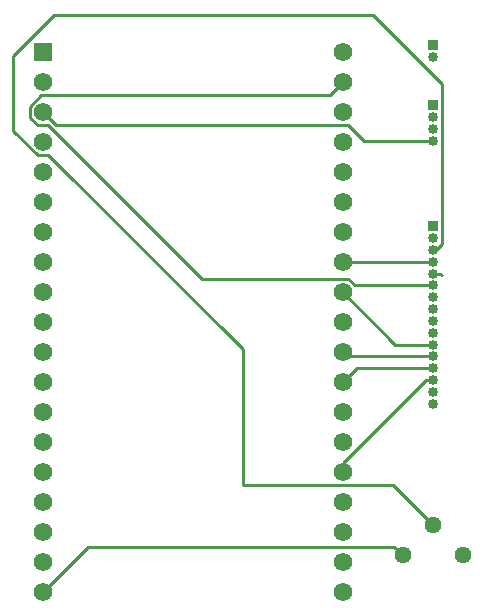
<source format=gbr>
%TF.GenerationSoftware,KiCad,Pcbnew,(6.0.4)*%
%TF.CreationDate,2023-04-09T21:12:40+08:00*%
%TF.ProjectId,KiCad,4b694361-642e-46b6-9963-61645f706362,rev?*%
%TF.SameCoordinates,Original*%
%TF.FileFunction,Copper,L2,Bot*%
%TF.FilePolarity,Positive*%
%FSLAX46Y46*%
G04 Gerber Fmt 4.6, Leading zero omitted, Abs format (unit mm)*
G04 Created by KiCad (PCBNEW (6.0.4)) date 2023-04-09 21:12:40*
%MOMM*%
%LPD*%
G01*
G04 APERTURE LIST*
%TA.AperFunction,ComponentPad*%
%ADD10R,0.850000X0.850000*%
%TD*%
%TA.AperFunction,ComponentPad*%
%ADD11O,0.850000X0.850000*%
%TD*%
%TA.AperFunction,ComponentPad*%
%ADD12C,1.440000*%
%TD*%
%TA.AperFunction,ComponentPad*%
%ADD13R,1.560000X1.560000*%
%TD*%
%TA.AperFunction,ComponentPad*%
%ADD14C,1.560000*%
%TD*%
%TA.AperFunction,Conductor*%
%ADD15C,0.250000*%
%TD*%
G04 APERTURE END LIST*
D10*
%TO.P,J3,1,Pin_1*%
%TO.N,GND*%
X165100000Y-78820000D03*
D11*
%TO.P,J3,2,Pin_2*%
%TO.N,+5V*%
X165100000Y-79820000D03*
%TO.P,J3,3,Pin_3*%
%TO.N,Net-(J3-Pad3)*%
X165100000Y-80820000D03*
%TO.P,J3,4,Pin_4*%
%TO.N,Net-(J3-Pad4)*%
X165100000Y-81820000D03*
%TO.P,J3,5,Pin_5*%
%TO.N,GND*%
X165100000Y-82820000D03*
%TO.P,J3,6,Pin_6*%
%TO.N,Net-(J3-Pad6)*%
X165100000Y-83820000D03*
%TO.P,J3,7,Pin_7*%
%TO.N,unconnected-(J3-Pad7)*%
X165100000Y-84820000D03*
%TO.P,J3,8,Pin_8*%
%TO.N,unconnected-(J3-Pad8)*%
X165100000Y-85820000D03*
%TO.P,J3,9,Pin_9*%
%TO.N,unconnected-(J3-Pad9)*%
X165100000Y-86820000D03*
%TO.P,J3,10,Pin_10*%
%TO.N,unconnected-(J3-Pad10)*%
X165100000Y-87820000D03*
%TO.P,J3,11,Pin_11*%
%TO.N,Net-(J3-Pad11)*%
X165100000Y-88820000D03*
%TO.P,J3,12,Pin_12*%
%TO.N,Net-(J3-Pad12)*%
X165100000Y-89820000D03*
%TO.P,J3,13,Pin_13*%
%TO.N,Net-(J3-Pad13)*%
X165100000Y-90820000D03*
%TO.P,J3,14,Pin_14*%
%TO.N,Net-(J3-Pad14)*%
X165100000Y-91820000D03*
%TO.P,J3,15,Pin_15*%
%TO.N,+5V*%
X165100000Y-92820000D03*
%TO.P,J3,16,Pin_16*%
%TO.N,GND*%
X165100000Y-93820000D03*
%TD*%
D12*
%TO.P,RV1,1,1*%
%TO.N,GND*%
X167640000Y-106680000D03*
%TO.P,RV1,2,2*%
%TO.N,Net-(J3-Pad3)*%
X165100000Y-104140000D03*
%TO.P,RV1,3,3*%
%TO.N,+5V*%
X162560000Y-106680000D03*
%TD*%
D10*
%TO.P,J1,1,Pin_1*%
%TO.N,GND*%
X165100000Y-68580000D03*
D11*
%TO.P,J1,2,Pin_2*%
%TO.N,+5V*%
X165100000Y-69580000D03*
%TO.P,J1,3,Pin_3*%
%TO.N,GND*%
X165100000Y-70580000D03*
%TO.P,J1,4,Pin_4*%
%TO.N,Net-(U1-PadJ2-3)*%
X165100000Y-71580000D03*
%TD*%
D13*
%TO.P,U1,J2-1,3V3*%
%TO.N,unconnected-(U1-PadJ2-1)*%
X132080000Y-64060000D03*
D14*
%TO.P,U1,J2-2,EN*%
%TO.N,unconnected-(U1-PadJ2-2)*%
X132080000Y-66600000D03*
%TO.P,U1,J2-3,SENSOR_VP*%
%TO.N,Net-(U1-PadJ2-3)*%
X132080000Y-69140000D03*
%TO.P,U1,J2-4,SENSOR_VN*%
%TO.N,unconnected-(U1-PadJ2-4)*%
X132080000Y-71680000D03*
%TO.P,U1,J2-5,IO34*%
%TO.N,unconnected-(U1-PadJ2-5)*%
X132080000Y-74220000D03*
%TO.P,U1,J2-6,IO35*%
%TO.N,unconnected-(U1-PadJ2-6)*%
X132080000Y-76760000D03*
%TO.P,U1,J2-7,IO32*%
%TO.N,unconnected-(U1-PadJ2-7)*%
X132080000Y-79300000D03*
%TO.P,U1,J2-8,IO33*%
%TO.N,unconnected-(U1-PadJ2-8)*%
X132080000Y-81840000D03*
%TO.P,U1,J2-9,IO25*%
%TO.N,unconnected-(U1-PadJ2-9)*%
X132080000Y-84380000D03*
%TO.P,U1,J2-10,IO26*%
%TO.N,unconnected-(U1-PadJ2-10)*%
X132080000Y-86920000D03*
%TO.P,U1,J2-11,IO27*%
%TO.N,unconnected-(U1-PadJ2-11)*%
X132080000Y-89460000D03*
%TO.P,U1,J2-12,IO14*%
%TO.N,unconnected-(U1-PadJ2-12)*%
X132080000Y-92000000D03*
%TO.P,U1,J2-13,IO12*%
%TO.N,unconnected-(U1-PadJ2-13)*%
X132080000Y-94540000D03*
%TO.P,U1,J2-14,GND1*%
%TO.N,unconnected-(U1-PadJ2-14)*%
X132080000Y-97080000D03*
%TO.P,U1,J2-15,IO13*%
%TO.N,unconnected-(U1-PadJ2-15)*%
X132080000Y-99620000D03*
%TO.P,U1,J2-16,SD2*%
%TO.N,unconnected-(U1-PadJ2-16)*%
X132080000Y-102160000D03*
%TO.P,U1,J2-17,SD3*%
%TO.N,unconnected-(U1-PadJ2-17)*%
X132080000Y-104700000D03*
%TO.P,U1,J2-18,CMD*%
%TO.N,unconnected-(U1-PadJ2-18)*%
X132080000Y-107240000D03*
%TO.P,U1,J2-19,EXT_5V*%
%TO.N,+5V*%
X132080000Y-109780000D03*
%TO.P,U1,J3-1,GND3*%
%TO.N,GND*%
X157480000Y-64060000D03*
%TO.P,U1,J3-2,IO23*%
%TO.N,Net-(J3-Pad6)*%
X157480000Y-66600000D03*
%TO.P,U1,J3-3,IO22*%
%TO.N,unconnected-(U1-PadJ3-3)*%
X157480000Y-69140000D03*
%TO.P,U1,J3-4,TXD0*%
%TO.N,unconnected-(U1-PadJ3-4)*%
X157480000Y-71680000D03*
%TO.P,U1,J3-5,RXD0*%
%TO.N,unconnected-(U1-PadJ3-5)*%
X157480000Y-74220000D03*
%TO.P,U1,J3-6,IO21*%
%TO.N,unconnected-(U1-PadJ3-6)*%
X157480000Y-76760000D03*
%TO.P,U1,J3-7,GND2*%
%TO.N,unconnected-(U1-PadJ3-7)*%
X157480000Y-79300000D03*
%TO.P,U1,J3-8,IO19*%
%TO.N,Net-(J3-Pad4)*%
X157480000Y-81840000D03*
%TO.P,U1,J3-9,IO18*%
%TO.N,Net-(J3-Pad11)*%
X157480000Y-84380000D03*
%TO.P,U1,J3-10,IO5*%
%TO.N,unconnected-(U1-PadJ3-10)*%
X157480000Y-86920000D03*
%TO.P,U1,J3-11,IO17*%
%TO.N,Net-(J3-Pad12)*%
X157480000Y-89460000D03*
%TO.P,U1,J3-12,IO16*%
%TO.N,Net-(J3-Pad13)*%
X157480000Y-92000000D03*
%TO.P,U1,J3-13,IO4*%
%TO.N,unconnected-(U1-PadJ3-13)*%
X157480000Y-94540000D03*
%TO.P,U1,J3-14,IO0*%
%TO.N,unconnected-(U1-PadJ3-14)*%
X157480000Y-97080000D03*
%TO.P,U1,J3-15,IO2*%
%TO.N,Net-(J3-Pad14)*%
X157480000Y-99620000D03*
%TO.P,U1,J3-16,IO15*%
%TO.N,unconnected-(U1-PadJ3-16)*%
X157480000Y-102160000D03*
%TO.P,U1,J3-17,SD1*%
%TO.N,unconnected-(U1-PadJ3-17)*%
X157480000Y-104700000D03*
%TO.P,U1,J3-18,SD0*%
%TO.N,unconnected-(U1-PadJ3-18)*%
X157480000Y-107240000D03*
%TO.P,U1,J3-19,CLK*%
%TO.N,unconnected-(U1-PadJ3-19)*%
X157480000Y-109780000D03*
%TD*%
D10*
%TO.P,J2,1,Pin_1*%
%TO.N,+5V*%
X165100000Y-63500000D03*
D11*
%TO.P,J2,2,Pin_2*%
%TO.N,GND*%
X165100000Y-64500000D03*
%TD*%
D15*
%TO.N,+5V*%
X135899999Y-105960001D02*
X132080000Y-109780000D01*
X162560000Y-106680000D02*
X161840001Y-105960001D01*
X161840001Y-105960001D02*
X135899999Y-105960001D01*
%TO.N,GND*%
X165849511Y-82968471D02*
X165701040Y-82820000D01*
X165701040Y-82820000D02*
X165100000Y-82820000D01*
%TO.N,Net-(J3-Pad6)*%
X165100000Y-83820000D02*
X158482016Y-83820000D01*
X158482016Y-83820000D02*
X157937505Y-83275489D01*
X156375489Y-67704511D02*
X157480000Y-66600000D01*
X131953473Y-67704511D02*
X156375489Y-67704511D01*
X130975489Y-69597505D02*
X130975489Y-68682495D01*
X132537505Y-70244511D02*
X131622495Y-70244511D01*
X157937505Y-83275489D02*
X145568483Y-83275489D01*
X131622495Y-70244511D02*
X130975489Y-69597505D01*
X145568483Y-83275489D02*
X132537505Y-70244511D01*
X130975489Y-68682495D02*
X131953473Y-67704511D01*
%TO.N,Net-(J3-Pad4)*%
X165100000Y-81820000D02*
X157500000Y-81820000D01*
X157500000Y-81820000D02*
X157480000Y-81840000D01*
%TO.N,Net-(J3-Pad11)*%
X165100000Y-88820000D02*
X161920000Y-88820000D01*
X161920000Y-88820000D02*
X157480000Y-84380000D01*
%TO.N,Net-(J3-Pad12)*%
X165100000Y-89820000D02*
X157840000Y-89820000D01*
X157840000Y-89820000D02*
X157480000Y-89460000D01*
%TO.N,Net-(J3-Pad13)*%
X165100000Y-90820000D02*
X158660000Y-90820000D01*
X158660000Y-90820000D02*
X157480000Y-92000000D01*
%TO.N,Net-(J3-Pad14)*%
X157480000Y-98838960D02*
X157480000Y-99620000D01*
X165100000Y-91820000D02*
X164498960Y-91820000D01*
X164498960Y-91820000D02*
X157480000Y-98838960D01*
%TO.N,Net-(J3-Pad3)*%
X129540000Y-64390978D02*
X132970978Y-60960000D01*
X148984511Y-89231517D02*
X132537505Y-72784511D01*
X132970978Y-60960000D02*
X160020000Y-60960000D01*
X165849511Y-66789511D02*
X165849511Y-80320978D01*
X165350489Y-80820000D02*
X165100000Y-80820000D01*
X148984511Y-100724511D02*
X148984511Y-89231517D01*
X165100000Y-104140000D02*
X161684511Y-100724511D01*
X160020000Y-60960000D02*
X165849511Y-66789511D01*
X161684511Y-100724511D02*
X148984511Y-100724511D01*
X132537505Y-72784511D02*
X131622495Y-72784511D01*
X129540000Y-70702016D02*
X129540000Y-64390978D01*
X131622495Y-72784511D02*
X129540000Y-70702016D01*
X165849511Y-80320978D02*
X165350489Y-80820000D01*
%TO.N,Net-(U1-PadJ2-3)*%
X133184511Y-70244511D02*
X132080000Y-69140000D01*
X157937505Y-70244511D02*
X133184511Y-70244511D01*
X165100000Y-71580000D02*
X159272994Y-71580000D01*
X159272994Y-71580000D02*
X157937505Y-70244511D01*
%TD*%
M02*

</source>
